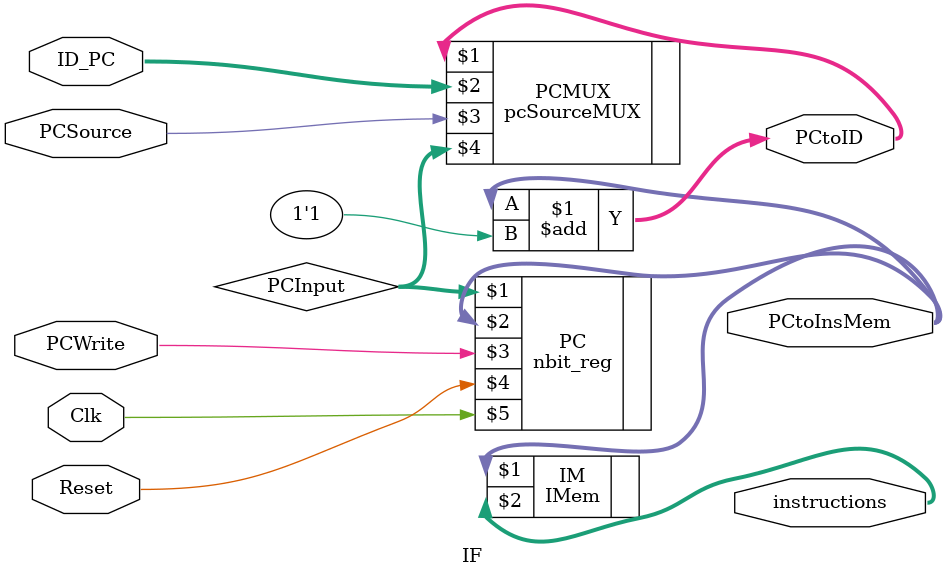
<source format=v>
`timescale 1ns / 1ps
module IF(
	//inputs//
	input PCWrite, //from ID stage
	input Reset,Clk,
	input PCSource, //from ID stage
	input signed [31:0]ID_PC, //from ID stage
	
	//outputs//
	output signed [31:0] PCtoID,
	output [31:0] instructions,
	output signed [31:0] PCtoInsMem
    );

	/////WIRES/////
	
	
	//Program Counter. A single 32bit dff

	//Next PCInput, PC we pass to IMem, Whether we write to PC or not, Reset, Clk
	//wire[31:0] PCtoInsMem;
	wire	[31:0]	PCInput;
	
	nbit_reg	#(32)	PC (PCInput,PCtoInsMem,PCWrite,Reset,Clk);

	
	
	//IMem PC, instruction output
	IMem	IM(PCtoInsMem, instructions);
	

	//address, inputData,outputData,Clk, WriteEnable
	//Basic_SRAM	INSTRUCT_MEM (actualInstruction, instructionMemoryInput, instructions, Clk, instructionWriteEnable);
	
	//Increment to PC+1. Pass result to ID and to PCSourceMUX
	assign PCtoID = $signed(PCtoInsMem) + 1'b1; 
	
	//if PCSource == 1, then we take the ID_PC, else we take PC+1(PCtoID)
	//currentPC+1,ID_PC,ID_HazardControl,newPC)
	
	
	pcSourceMUX		PCMUX	(PCtoID, ID_PC, PCSource, PCInput);  
	
	
	
	
	
	
	
	
	
	
	
	//wire [15:0] actualInstruction;
	//myMUX	#(16) INS_ADDR_SRC (instructionWriteEnable, PCtoInsMem,instructionWriteAddress, actualInstruction);
	
	
	//not using these as we manually enter the instructions in the IMem file
	//input [31:0] instructionMemoryInput, //used for directly writing instructions to instruction memory
	//input instructionWriteEnable, 				//used only when we want to load the original set of instructions.
	//input [15:0] instructionWriteAddress,
	

endmodule

</source>
